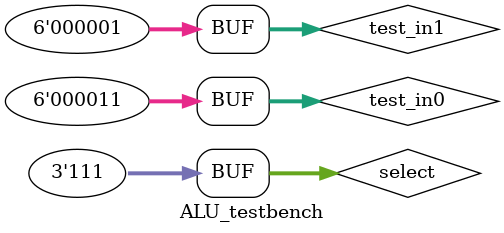
<source format=v>
`timescale 1 ns/1 ps

module ALU_testbench;
   //declare signals 
   reg  [5:0] test_in0, test_in1; //inputs a,b 
   reg [2:0] select; //operation code 
   wire [5:0] test_out; //output 
   wire overflow; 

   // instantiate the circuit under test
   ALU_module uut 
      (.a(test_in0), .b(test_in1), .op(select), .out(test_out), .overflow(overflow));

   
   //Initialise all inputs 
   initial
   begin
    test_in0 = 0; 
    test_in1 = 0; 
    select = 0; 
   end 
   
   //ASSIGN DIFFERENT TEST VECTORS. 1 for each operation! 
   always @(test_in0 or test_in1)
   begin 
   //TEST 1 
   test_in0 = 6'b000011;
   test_in1 = 6'b000001;
   select = 3'b000; 
   #200;
    //TEST 2 
   test_in0 = 6'b000011;
   test_in1 = 6'b000001;
   select = 3'b001; 
   #200;
   //TEST 3
   test_in0 = 6'b000011;
   test_in1 = 6'b000001;
   select = 3'b010; 
   #200;
   //TEST 4
   test_in0 = 6'b000011;
   test_in1 = 6'b000001;
   select = 3'b011; 
   #200;
   //TEST 5 
   test_in0 = 6'b000011;
   test_in1 = 6'b000001;
   select = 3'b100; 
   #200;
   //TEST 6
   test_in0 = 6'b000011;
   test_in1 = 6'b000001;
   select = 3'b101; 
   #200;
   //TEST 7 
   test_in0 = 6'b000011;
   test_in1 = 6'b000001;
   select = 3'b110; 
   #200;
   //TEST 8 
   test_in0 = 6'b000011;
   test_in1 = 6'b000001;
   select = 3'b111; 
   #200;
   end
endmodule 

</source>
